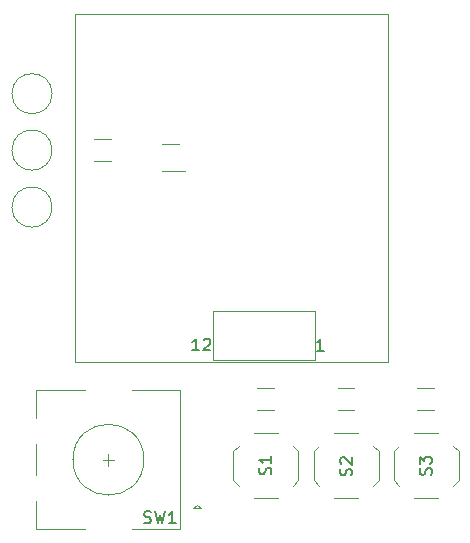
<source format=gbr>
%TF.GenerationSoftware,KiCad,Pcbnew,7.0.7*%
%TF.CreationDate,2024-01-07T22:57:32-05:00*%
%TF.ProjectId,ESP32-C3_hat,45535033-322d-4433-935f-6861742e6b69,rev?*%
%TF.SameCoordinates,Original*%
%TF.FileFunction,Legend,Top*%
%TF.FilePolarity,Positive*%
%FSLAX46Y46*%
G04 Gerber Fmt 4.6, Leading zero omitted, Abs format (unit mm)*
G04 Created by KiCad (PCBNEW 7.0.7) date 2024-01-07 22:57:32*
%MOMM*%
%LPD*%
G01*
G04 APERTURE LIST*
%ADD10C,0.150000*%
%ADD11C,0.200000*%
%ADD12C,0.120000*%
%ADD13C,0.100000*%
G04 APERTURE END LIST*
D10*
X62789600Y-66089104D02*
X62837219Y-65946247D01*
X62837219Y-65946247D02*
X62837219Y-65708152D01*
X62837219Y-65708152D02*
X62789600Y-65612914D01*
X62789600Y-65612914D02*
X62741980Y-65565295D01*
X62741980Y-65565295D02*
X62646742Y-65517676D01*
X62646742Y-65517676D02*
X62551504Y-65517676D01*
X62551504Y-65517676D02*
X62456266Y-65565295D01*
X62456266Y-65565295D02*
X62408647Y-65612914D01*
X62408647Y-65612914D02*
X62361028Y-65708152D01*
X62361028Y-65708152D02*
X62313409Y-65898628D01*
X62313409Y-65898628D02*
X62265790Y-65993866D01*
X62265790Y-65993866D02*
X62218171Y-66041485D01*
X62218171Y-66041485D02*
X62122933Y-66089104D01*
X62122933Y-66089104D02*
X62027695Y-66089104D01*
X62027695Y-66089104D02*
X61932457Y-66041485D01*
X61932457Y-66041485D02*
X61884838Y-65993866D01*
X61884838Y-65993866D02*
X61837219Y-65898628D01*
X61837219Y-65898628D02*
X61837219Y-65660533D01*
X61837219Y-65660533D02*
X61884838Y-65517676D01*
X61837219Y-65184342D02*
X61837219Y-64565295D01*
X61837219Y-64565295D02*
X62218171Y-64898628D01*
X62218171Y-64898628D02*
X62218171Y-64755771D01*
X62218171Y-64755771D02*
X62265790Y-64660533D01*
X62265790Y-64660533D02*
X62313409Y-64612914D01*
X62313409Y-64612914D02*
X62408647Y-64565295D01*
X62408647Y-64565295D02*
X62646742Y-64565295D01*
X62646742Y-64565295D02*
X62741980Y-64612914D01*
X62741980Y-64612914D02*
X62789600Y-64660533D01*
X62789600Y-64660533D02*
X62837219Y-64755771D01*
X62837219Y-64755771D02*
X62837219Y-65041485D01*
X62837219Y-65041485D02*
X62789600Y-65136723D01*
X62789600Y-65136723D02*
X62741980Y-65184342D01*
X56053600Y-66141104D02*
X56101219Y-65998247D01*
X56101219Y-65998247D02*
X56101219Y-65760152D01*
X56101219Y-65760152D02*
X56053600Y-65664914D01*
X56053600Y-65664914D02*
X56005980Y-65617295D01*
X56005980Y-65617295D02*
X55910742Y-65569676D01*
X55910742Y-65569676D02*
X55815504Y-65569676D01*
X55815504Y-65569676D02*
X55720266Y-65617295D01*
X55720266Y-65617295D02*
X55672647Y-65664914D01*
X55672647Y-65664914D02*
X55625028Y-65760152D01*
X55625028Y-65760152D02*
X55577409Y-65950628D01*
X55577409Y-65950628D02*
X55529790Y-66045866D01*
X55529790Y-66045866D02*
X55482171Y-66093485D01*
X55482171Y-66093485D02*
X55386933Y-66141104D01*
X55386933Y-66141104D02*
X55291695Y-66141104D01*
X55291695Y-66141104D02*
X55196457Y-66093485D01*
X55196457Y-66093485D02*
X55148838Y-66045866D01*
X55148838Y-66045866D02*
X55101219Y-65950628D01*
X55101219Y-65950628D02*
X55101219Y-65712533D01*
X55101219Y-65712533D02*
X55148838Y-65569676D01*
X55196457Y-65188723D02*
X55148838Y-65141104D01*
X55148838Y-65141104D02*
X55101219Y-65045866D01*
X55101219Y-65045866D02*
X55101219Y-64807771D01*
X55101219Y-64807771D02*
X55148838Y-64712533D01*
X55148838Y-64712533D02*
X55196457Y-64664914D01*
X55196457Y-64664914D02*
X55291695Y-64617295D01*
X55291695Y-64617295D02*
X55386933Y-64617295D01*
X55386933Y-64617295D02*
X55529790Y-64664914D01*
X55529790Y-64664914D02*
X56101219Y-65236342D01*
X56101219Y-65236342D02*
X56101219Y-64617295D01*
D11*
X43161214Y-55564419D02*
X42589786Y-55564419D01*
X42875500Y-55564419D02*
X42875500Y-54564419D01*
X42875500Y-54564419D02*
X42780262Y-54707276D01*
X42780262Y-54707276D02*
X42685024Y-54802514D01*
X42685024Y-54802514D02*
X42589786Y-54850133D01*
X43542167Y-54659657D02*
X43589786Y-54612038D01*
X43589786Y-54612038D02*
X43685024Y-54564419D01*
X43685024Y-54564419D02*
X43923119Y-54564419D01*
X43923119Y-54564419D02*
X44018357Y-54612038D01*
X44018357Y-54612038D02*
X44065976Y-54659657D01*
X44065976Y-54659657D02*
X44113595Y-54754895D01*
X44113595Y-54754895D02*
X44113595Y-54850133D01*
X44113595Y-54850133D02*
X44065976Y-54992990D01*
X44065976Y-54992990D02*
X43494548Y-55564419D01*
X43494548Y-55564419D02*
X44113595Y-55564419D01*
X53713595Y-55589419D02*
X53142167Y-55589419D01*
X53427881Y-55589419D02*
X53427881Y-54589419D01*
X53427881Y-54589419D02*
X53332643Y-54732276D01*
X53332643Y-54732276D02*
X53237405Y-54827514D01*
X53237405Y-54827514D02*
X53142167Y-54875133D01*
D10*
X49205200Y-66070704D02*
X49252819Y-65927847D01*
X49252819Y-65927847D02*
X49252819Y-65689752D01*
X49252819Y-65689752D02*
X49205200Y-65594514D01*
X49205200Y-65594514D02*
X49157580Y-65546895D01*
X49157580Y-65546895D02*
X49062342Y-65499276D01*
X49062342Y-65499276D02*
X48967104Y-65499276D01*
X48967104Y-65499276D02*
X48871866Y-65546895D01*
X48871866Y-65546895D02*
X48824247Y-65594514D01*
X48824247Y-65594514D02*
X48776628Y-65689752D01*
X48776628Y-65689752D02*
X48729009Y-65880228D01*
X48729009Y-65880228D02*
X48681390Y-65975466D01*
X48681390Y-65975466D02*
X48633771Y-66023085D01*
X48633771Y-66023085D02*
X48538533Y-66070704D01*
X48538533Y-66070704D02*
X48443295Y-66070704D01*
X48443295Y-66070704D02*
X48348057Y-66023085D01*
X48348057Y-66023085D02*
X48300438Y-65975466D01*
X48300438Y-65975466D02*
X48252819Y-65880228D01*
X48252819Y-65880228D02*
X48252819Y-65642133D01*
X48252819Y-65642133D02*
X48300438Y-65499276D01*
X49252819Y-64546895D02*
X49252819Y-65118323D01*
X49252819Y-64832609D02*
X48252819Y-64832609D01*
X48252819Y-64832609D02*
X48395676Y-64927847D01*
X48395676Y-64927847D02*
X48490914Y-65023085D01*
X48490914Y-65023085D02*
X48538533Y-65118323D01*
X38494317Y-70143600D02*
X38637174Y-70191219D01*
X38637174Y-70191219D02*
X38875269Y-70191219D01*
X38875269Y-70191219D02*
X38970507Y-70143600D01*
X38970507Y-70143600D02*
X39018126Y-70095980D01*
X39018126Y-70095980D02*
X39065745Y-70000742D01*
X39065745Y-70000742D02*
X39065745Y-69905504D01*
X39065745Y-69905504D02*
X39018126Y-69810266D01*
X39018126Y-69810266D02*
X38970507Y-69762647D01*
X38970507Y-69762647D02*
X38875269Y-69715028D01*
X38875269Y-69715028D02*
X38684793Y-69667409D01*
X38684793Y-69667409D02*
X38589555Y-69619790D01*
X38589555Y-69619790D02*
X38541936Y-69572171D01*
X38541936Y-69572171D02*
X38494317Y-69476933D01*
X38494317Y-69476933D02*
X38494317Y-69381695D01*
X38494317Y-69381695D02*
X38541936Y-69286457D01*
X38541936Y-69286457D02*
X38589555Y-69238838D01*
X38589555Y-69238838D02*
X38684793Y-69191219D01*
X38684793Y-69191219D02*
X38922888Y-69191219D01*
X38922888Y-69191219D02*
X39065745Y-69238838D01*
X39399079Y-69191219D02*
X39637174Y-70191219D01*
X39637174Y-70191219D02*
X39827650Y-69476933D01*
X39827650Y-69476933D02*
X40018126Y-70191219D01*
X40018126Y-70191219D02*
X40256222Y-69191219D01*
X41160983Y-70191219D02*
X40589555Y-70191219D01*
X40875269Y-70191219D02*
X40875269Y-69191219D01*
X40875269Y-69191219D02*
X40780031Y-69334076D01*
X40780031Y-69334076D02*
X40684793Y-69429314D01*
X40684793Y-69429314D02*
X40589555Y-69476933D01*
D12*
%TO.C,U1*%
X40026400Y-40418000D02*
X41926400Y-40418000D01*
X41426400Y-38098000D02*
X40026400Y-38098000D01*
%TO.C,S3*%
X64682400Y-67027200D02*
X65132400Y-66577200D01*
X65132400Y-66577200D02*
X65132400Y-64077200D01*
X64682400Y-63627200D02*
X65132400Y-64077200D01*
X61382400Y-62577200D02*
X63382400Y-62577200D01*
X61382400Y-68077200D02*
X63382400Y-68077200D01*
X60082400Y-67027200D02*
X59632400Y-66577200D01*
X59632400Y-66577200D02*
X59632400Y-64077200D01*
X60082400Y-63627200D02*
X59632400Y-64077200D01*
%TO.C,S2*%
X57895600Y-67028400D02*
X58345600Y-66578400D01*
X58345600Y-66578400D02*
X58345600Y-64078400D01*
X57895600Y-63628400D02*
X58345600Y-64078400D01*
X54595600Y-62578400D02*
X56595600Y-62578400D01*
X54595600Y-68078400D02*
X56595600Y-68078400D01*
X53295600Y-67028400D02*
X52845600Y-66578400D01*
X52845600Y-66578400D02*
X52845600Y-64078400D01*
X53295600Y-63628400D02*
X52845600Y-64078400D01*
%TO.C,J5*%
X30706800Y-43434000D02*
G75*
G03*
X30706800Y-43434000I-1700000J0D01*
G01*
%TO.C,J4*%
X30706800Y-33832800D02*
G75*
G03*
X30706800Y-33832800I-1700000J0D01*
G01*
%TO.C,J3*%
X30706800Y-38608000D02*
G75*
G03*
X30706800Y-38608000I-1700000J0D01*
G01*
%TO.C,C4*%
X48056748Y-60600000D02*
X49479252Y-60600000D01*
X48056748Y-58780000D02*
X49479252Y-58780000D01*
%TO.C,C3*%
X54884348Y-60599600D02*
X56306852Y-60599600D01*
X54884348Y-58779600D02*
X56306852Y-58779600D01*
%TO.C,R3*%
X35677464Y-37698000D02*
X34223336Y-37698000D01*
X35677464Y-39518000D02*
X34223336Y-39518000D01*
D13*
%TO.C,D1*%
X44335650Y-52247200D02*
X52935650Y-52247200D01*
X52935650Y-52247200D02*
X52935650Y-56372200D01*
X52935650Y-56372200D02*
X44335650Y-56372200D01*
X44335650Y-56372200D02*
X44335650Y-52247200D01*
X32635650Y-27047200D02*
X59135650Y-27047200D01*
X59135650Y-27047200D02*
X59135650Y-56547200D01*
X59135650Y-56547200D02*
X32635650Y-56547200D01*
X32635650Y-56547200D02*
X32635650Y-27047200D01*
D12*
%TO.C,C1*%
X61640748Y-58778800D02*
X63063252Y-58778800D01*
X61640748Y-60598800D02*
X63063252Y-60598800D01*
%TO.C,S1*%
X47798400Y-68079200D02*
X49798400Y-68079200D01*
X46498400Y-67029200D02*
X46048400Y-66579200D01*
X51098400Y-67029200D02*
X51548400Y-66579200D01*
X46048400Y-66579200D02*
X46048400Y-64079200D01*
X51548400Y-66579200D02*
X51548400Y-64079200D01*
X46498400Y-63629200D02*
X46048400Y-64079200D01*
X51098400Y-63629200D02*
X51548400Y-64079200D01*
X47798400Y-62579200D02*
X49798400Y-62579200D01*
%TO.C,SW1*%
X38477250Y-64819600D02*
G75*
G03*
X38477250Y-64819600I-3000000J0D01*
G01*
X29377250Y-58919600D02*
X33477250Y-58919600D01*
X29377250Y-61319600D02*
X29377250Y-58919600D01*
X29377250Y-66119600D02*
X29377250Y-63519600D01*
X29377250Y-70719600D02*
X29377250Y-68319600D01*
X33477250Y-70719600D02*
X29377250Y-70719600D01*
X35477250Y-65319600D02*
X35477250Y-64319600D01*
X35977250Y-64819600D02*
X34977250Y-64819600D01*
X37477250Y-58919600D02*
X41577250Y-58919600D01*
X37477250Y-70719600D02*
X41577250Y-70719600D01*
X41577250Y-70719600D02*
X41577250Y-58919600D01*
X42677250Y-68919600D02*
X42977250Y-68619600D01*
X42977250Y-68619600D02*
X43277250Y-68919600D01*
X43277250Y-68919600D02*
X42677250Y-68919600D01*
%TD*%
M02*

</source>
